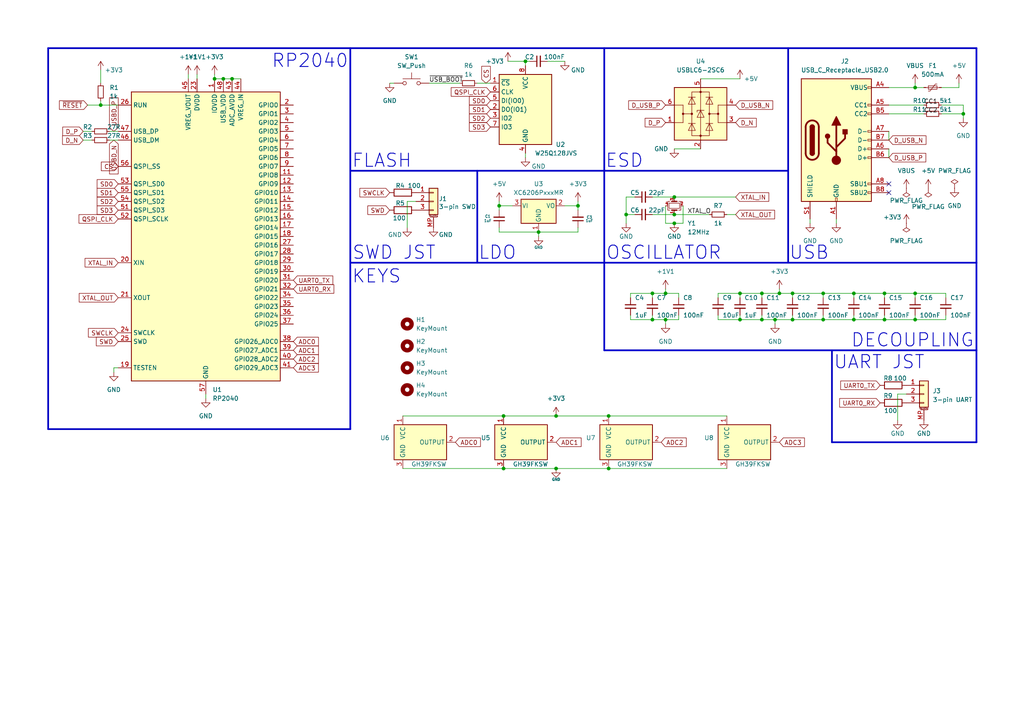
<source format=kicad_sch>
(kicad_sch (version 20231120) (generator "eeschema") (generator_version "8.0")
  (paper "A4")
  (lib_symbols
    (symbol "+3V3_1" (power) (pin_numbers hide) (pin_names (offset 0) hide)
      (property "Value" "+3V3" (at 0 3.556 0))
      (symbol "+3V3_1_1_1"
        (pin power_in line (at 0 0 90) (length 0) (name "~") (number "1"))
      )
    )
    (symbol "Connector:USB_C_Receptacle_USB2.0" (pin_names (offset 1.016))
      (property "Reference" "J" (at -10.16 19.05 0))
      (property "Value" "USB_C_Receptacle_USB2.0" (at 19.05 19.05 0))
      (symbol "USB_C_Receptacle_USB2.0_1_1"
        (pin passive line (at 0 -22.86 90) (length 5.08) (name "GND") (number "A1"))
        (pin passive line (at 0 -22.86 90) (length 5.08) hide (name "GND") (number "A12"))
        (pin passive line (at 15.24 15.24 180) (length 5.08) (name "VBUS") (number "A4"))
        (pin bidirectional line (at 15.24 10.16 180) (length 5.08) (name "CC1") (number "A5"))
        (pin bidirectional line (at 15.24 -2.54 180) (length 5.08) (name "D+") (number "A6"))
        (pin bidirectional line (at 15.24 2.54 180) (length 5.08) (name "D-") (number "A7"))
        (pin bidirectional line (at 15.24 -12.7 180) (length 5.08) (name "SBU1") (number "A8"))
        (pin passive line (at 15.24 15.24 180) (length 5.08) hide (name "VBUS") (number "A9"))
        (pin passive line (at 0 -22.86 90) (length 5.08) hide (name "GND") (number "B1"))
        (pin passive line (at 0 -22.86 90) (length 5.08) hide (name "GND") (number "B12"))
        (pin passive line (at 15.24 15.24 180) (length 5.08) hide (name "VBUS") (number "B4"))
        (pin bidirectional line (at 15.24 7.62 180) (length 5.08) (name "CC2") (number "B5"))
        (pin bidirectional line (at 15.24 -5.08 180) (length 5.08) (name "D+") (number "B6"))
        (pin bidirectional line (at 15.24 0 180) (length 5.08) (name "D-") (number "B7"))
        (pin bidirectional line (at 15.24 -15.24 180) (length 5.08) (name "SBU2") (number "B8"))
        (pin passive line (at 15.24 15.24 180) (length 5.08) hide (name "VBUS") (number "B9"))
        (pin passive line (at -7.62 -22.86 90) (length 5.08) (name "SHIELD") (number "S1"))
      )
    )
    (symbol "Connector_Generic_MountingPin:Conn_01x03_MountingPin" (pin_names (offset 1.016) hide)
      (property "Reference" "J" (at 0 5.08 0))
      (property "Value" "Conn_01x03_MountingPin" (at 1.27 -5.08 0))
      (symbol "Conn_01x03_MountingPin_1_1"
        (text "Mounting" (at 0 -4.191 0) (effects (font (size 0.381 0.381))))
        (pin passive line (at -5.08 2.54 0) (length 3.81) (name "Pin_1") (number "1"))
        (pin passive line (at -5.08 0 0) (length 3.81) (name "Pin_2") (number "2"))
        (pin passive line (at -5.08 -2.54 0) (length 3.81) (name "Pin_3") (number "3"))
        (pin passive line (at 0 -7.62 90) (length 3.048) (name "MountPin") (number "MP"))
      )
    )
    (symbol "Device:C_Small" (pin_numbers hide) (pin_names (offset 0.254) hide)
      (property "Reference" "C" (at 0.254 1.778 0))
      (property "Value" "C_Small" (at 0.254 -2.032 0))
      (symbol "C_Small_1_1"
        (pin passive line (at 0 2.54 270) (length 2.032) (name "~") (number "1"))
        (pin passive line (at 0 -2.54 90) (length 2.032) (name "~") (number "2"))
      )
    )
    (symbol "Device:Crystal_GND24_Small" (pin_names (offset 1.016) hide)
      (property "Reference" "Y" (at 1.27 4.445 0))
      (property "Value" "Crystal_GND24_Small" (at 1.27 2.54 0))
      (symbol "Crystal_GND24_Small_1_1"
        (pin passive line (at -2.54 0 0) (length 1.27) (name "1") (number "1"))
        (pin passive line (at 0 -2.54 90) (length 0.635) (name "2") (number "2"))
        (pin passive line (at 2.54 0 180) (length 1.27) (name "3") (number "3"))
        (pin passive line (at 0 2.54 270) (length 0.635) (name "4") (number "4"))
      )
    )
    (symbol "Device:Polyfuse_Small" (pin_numbers hide) (pin_names (offset 0))
      (property "Reference" "F" (at -1.905 0 90))
      (property "Value" "Polyfuse_Small" (at 1.905 0 90))
      (symbol "Polyfuse_Small_1_1"
        (pin passive line (at 0 2.54 270) (length 0.635) (name "~") (number "1"))
        (pin passive line (at 0 -2.54 90) (length 0.635) (name "~") (number "2"))
      )
    )
    (symbol "Device:R" (pin_numbers hide) (pin_names (offset 0))
      (property "Reference" "R" (at 2.032 0 90))
      (property "Value" "R" (at 0 0 90))
      (symbol "R_1_1"
        (pin passive line (at 0 3.81 270) (length 1.27) (name "~") (number "1"))
        (pin passive line (at 0 -3.81 90) (length 1.27) (name "~") (number "2"))
      )
    )
    (symbol "Device:R_Small" (pin_numbers hide) (pin_names (offset 0.254) hide)
      (property "Reference" "R" (at 0.762 0.508 0))
      (property "Value" "R_Small" (at 0.762 -1.016 0))
      (symbol "R_Small_1_1"
        (pin passive line (at 0 2.54 270) (length 0.762) (name "~") (number "1"))
        (pin passive line (at 0 -2.54 90) (length 0.762) (name "~") (number "2"))
      )
    )
    (symbol "MCU_RaspberryPi:RP2040"
      (property "Reference" "U" (at 17.78 45.72 0))
      (property "Value" "RP2040" (at 17.78 43.18 0))
      (symbol "RP2040_1_1"
        (pin power_in line (at 2.54 45.72 270) (length 3.81) (name "IOVDD") (number "1"))
        (pin passive line (at 2.54 45.72 270) (length 3.81) hide (name "IOVDD") (number "10"))
        (pin bidirectional line (at 25.4 17.78 180) (length 3.81) (name "GPIO8") (number "11"))
        (pin bidirectional line (at 25.4 15.24 180) (length 3.81) (name "GPIO9") (number "12"))
        (pin bidirectional line (at 25.4 12.7 180) (length 3.81) (name "GPIO10") (number "13"))
        (pin bidirectional line (at 25.4 10.16 180) (length 3.81) (name "GPIO11") (number "14"))
        (pin bidirectional line (at 25.4 7.62 180) (length 3.81) (name "GPIO12") (number "15"))
        (pin bidirectional line (at 25.4 5.08 180) (length 3.81) (name "GPIO13") (number "16"))
        (pin bidirectional line (at 25.4 2.54 180) (length 3.81) (name "GPIO14") (number "17"))
        (pin bidirectional line (at 25.4 0 180) (length 3.81) (name "GPIO15") (number "18"))
        (pin input line (at -25.4 -38.1 0) (length 3.81) (name "TESTEN") (number "19"))
        (pin bidirectional line (at 25.4 38.1 180) (length 3.81) (name "GPIO0") (number "2"))
        (pin input line (at -25.4 -7.62 0) (length 3.81) (name "XIN") (number "20"))
        (pin passive line (at -25.4 -17.78 0) (length 3.81) (name "XOUT") (number "21"))
        (pin passive line (at 2.54 45.72 270) (length 3.81) hide (name "IOVDD") (number "22"))
        (pin power_in line (at -2.54 45.72 270) (length 3.81) (name "DVDD") (number "23"))
        (pin input line (at -25.4 -27.94 0) (length 3.81) (name "SWCLK") (number "24"))
        (pin bidirectional line (at -25.4 -30.48 0) (length 3.81) (name "SWD") (number "25"))
        (pin input line (at -25.4 38.1 0) (length 3.81) (name "RUN") (number "26"))
        (pin bidirectional line (at 25.4 -2.54 180) (length 3.81) (name "GPIO16") (number "27"))
        (pin bidirectional line (at 25.4 -5.08 180) (length 3.81) (name "GPIO17") (number "28"))
        (pin bidirectional line (at 25.4 -7.62 180) (length 3.81) (name "GPIO18") (number "29"))
        (pin bidirectional line (at 25.4 35.56 180) (length 3.81) (name "GPIO1") (number "3"))
        (pin bidirectional line (at 25.4 -10.16 180) (length 3.81) (name "GPIO19") (number "30"))
        (pin bidirectional line (at 25.4 -12.7 180) (length 3.81) (name "GPIO20") (number "31"))
        (pin bidirectional line (at 25.4 -15.24 180) (length 3.81) (name "GPIO21") (number "32"))
        (pin passive line (at 2.54 45.72 270) (length 3.81) hide (name "IOVDD") (number "33"))
        (pin bidirectional line (at 25.4 -17.78 180) (length 3.81) (name "GPIO22") (number "34"))
        (pin bidirectional line (at 25.4 -20.32 180) (length 3.81) (name "GPIO23") (number "35"))
        (pin bidirectional line (at 25.4 -22.86 180) (length 3.81) (name "GPIO24") (number "36"))
        (pin bidirectional line (at 25.4 -25.4 180) (length 3.81) (name "GPIO25") (number "37"))
        (pin bidirectional line (at 25.4 -30.48 180) (length 3.81) (name "GPIO26_ADC0") (number "38"))
        (pin bidirectional line (at 25.4 -33.02 180) (length 3.81) (name "GPIO27_ADC1") (number "39"))
        (pin bidirectional line (at 25.4 33.02 180) (length 3.81) (name "GPIO2") (number "4"))
        (pin bidirectional line (at 25.4 -35.56 180) (length 3.81) (name "GPIO28_ADC2") (number "40"))
        (pin bidirectional line (at 25.4 -38.1 180) (length 3.81) (name "GPIO29_ADC3") (number "41"))
        (pin passive line (at 2.54 45.72 270) (length 3.81) hide (name "IOVDD") (number "42"))
        (pin power_in line (at 7.62 45.72 270) (length 3.81) (name "ADC_AVDD") (number "43"))
        (pin power_in line (at 10.16 45.72 270) (length 3.81) (name "VREG_IN") (number "44"))
        (pin power_out line (at -5.08 45.72 270) (length 3.81) (name "VREG_VOUT") (number "45"))
        (pin bidirectional line (at -25.4 27.94 0) (length 3.81) (name "USB_DM") (number "46"))
        (pin bidirectional line (at -25.4 30.48 0) (length 3.81) (name "USB_DP") (number "47"))
        (pin power_in line (at 5.08 45.72 270) (length 3.81) (name "USB_VDD") (number "48"))
        (pin passive line (at 2.54 45.72 270) (length 3.81) hide (name "IOVDD") (number "49"))
        (pin bidirectional line (at 25.4 30.48 180) (length 3.81) (name "GPIO3") (number "5"))
        (pin passive line (at -2.54 45.72 270) (length 3.81) hide (name "DVDD") (number "50"))
        (pin bidirectional line (at -25.4 7.62 0) (length 3.81) (name "QSPI_SD3") (number "51"))
        (pin output line (at -25.4 5.08 0) (length 3.81) (name "QSPI_SCLK") (number "52"))
        (pin bidirectional line (at -25.4 15.24 0) (length 3.81) (name "QSPI_SD0") (number "53"))
        (pin bidirectional line (at -25.4 10.16 0) (length 3.81) (name "QSPI_SD2") (number "54"))
        (pin bidirectional line (at -25.4 12.7 0) (length 3.81) (name "QSPI_SD1") (number "55"))
        (pin bidirectional line (at -25.4 20.32 0) (length 3.81) (name "QSPI_SS") (number "56"))
        (pin power_in line (at 0 -45.72 90) (length 3.81) (name "GND") (number "57"))
        (pin bidirectional line (at 25.4 27.94 180) (length 3.81) (name "GPIO4") (number "6"))
        (pin bidirectional line (at 25.4 25.4 180) (length 3.81) (name "GPIO5") (number "7"))
        (pin bidirectional line (at 25.4 22.86 180) (length 3.81) (name "GPIO6") (number "8"))
        (pin bidirectional line (at 25.4 20.32 180) (length 3.81) (name "GPIO7") (number "9"))
      )
    )
    (symbol "Mechanical:MountingHole" (pin_names (offset 1.016))
      (property "Reference" "H" (at 0 5.08 0))
      (property "Value" "MountingHole" (at 0 3.175 0))
    )
    (symbol "Memory_Flash:W25Q128JVS"
      (property "Reference" "U" (at -8.89 8.89 0))
      (property "Value" "W25Q128JVS" (at 7.62 8.89 0))
      (symbol "W25Q128JVS_1_1"
        (pin input line (at -10.16 7.62 0) (length 2.54) (name "~{CS}") (number "1"))
        (pin bidirectional line (at -10.16 0 0) (length 2.54) (name "DO(IO1)") (number "2"))
        (pin bidirectional line (at -10.16 -2.54 0) (length 2.54) (name "IO2") (number "3"))
        (pin power_in line (at 0 -12.7 90) (length 2.54) (name "GND") (number "4"))
        (pin bidirectional line (at -10.16 2.54 0) (length 2.54) (name "DI(IO0)") (number "5"))
        (pin input line (at -10.16 5.08 0) (length 2.54) (name "CLK") (number "6"))
        (pin bidirectional line (at -10.16 -5.08 0) (length 2.54) (name "IO3") (number "7"))
        (pin power_in line (at 0 12.7 270) (length 2.54) (name "VCC") (number "8"))
      )
    )
    (symbol "Power_Protection:USBLC6-2SC6" (pin_names hide)
      (property "Reference" "U" (at 2.54 8.89 0))
      (property "Value" "USBLC6-2SC6" (at 2.54 -8.89 0))
      (symbol "USBLC6-2SC6_1_1"
        (pin passive line (at -10.16 -2.54 0) (length 2.54) (name "I/O1") (number "1"))
        (pin passive line (at 0 -10.16 90) (length 2.54) (name "GND") (number "2"))
        (pin passive line (at 10.16 -2.54 180) (length 2.54) (name "I/O2") (number "3"))
        (pin passive line (at 10.16 2.54 180) (length 2.54) (name "I/O2") (number "4"))
        (pin passive line (at 0 10.16 270) (length 2.54) (name "VBUS") (number "5"))
        (pin passive line (at -10.16 2.54 0) (length 2.54) (name "I/O1") (number "6"))
      )
    )
    (symbol "Regulator_Linear:XC6206PxxxMR" (pin_names (offset 0.254))
      (property "Reference" "U" (at -3.81 3.175 0))
      (property "Value" "XC6206PxxxMR" (at 0 3.175 0))
      (symbol "XC6206PxxxMR_1_1"
        (pin power_in line (at 0 -7.62 90) (length 2.54) (name "GND") (number "1"))
        (pin power_out line (at 7.62 0 180) (length 2.54) (name "VO") (number "2"))
        (pin power_in line (at -7.62 0 0) (length 2.54) (name "VI") (number "3"))
      )
    )
    (symbol "Sensor_Magnetic:SM351LT"
      (property "Reference" "U" (at 5.08 8.89 0))
      (property "Value" "SM351LT" (at 2.54 6.35 0))
      (symbol "SM351LT_1_1"
        (pin power_in line (at -5.08 7.62 270) (length 2.54) (name "VCC") (number "1"))
        (pin output line (at 10.16 0 180) (length 2.54) (name "OUTPUT") (number "2"))
        (pin power_in line (at -5.08 -7.62 90) (length 2.54) (name "GND") (number "3"))
      )
    )
    (symbol "Switch:SW_Push" (pin_numbers hide) (pin_names (offset 1.016) hide)
      (property "Reference" "SW" (at 1.27 2.54 0))
      (property "Value" "SW_Push" (at 0 -1.524 0))
      (symbol "SW_Push_0_1"
        (pin passive line (at -5.08 0 0) (length 2.54) (name "1") (number "1"))
        (pin passive line (at 5.08 0 180) (length 2.54) (name "2") (number "2"))
      )
    )
    (symbol "power:+1V1" (power) (pin_names (offset 0))
      (property "Value" "+1V1" (at 0 3.556 0))
      (symbol "+1V1_1_1"
        (pin power_in line (at 0 0 90) (length 0) hide (name "+1V1") (number "1"))
      )
    )
    (symbol "power:+3V3" (power) (pin_names (offset 0))
      (property "Value" "+3V3" (at 0 3.556 0))
      (symbol "+3V3_1_1"
        (pin power_in line (at 0 0 90) (length 0) hide (name "+3V3") (number "1"))
      )
    )
    (symbol "power:+5V" (power) (pin_names (offset 0))
      (property "Value" "+5V" (at 0 3.556 0))
      (symbol "+5V_1_1"
        (pin power_in line (at 0 0 90) (length 0) hide (name "+5V") (number "1"))
      )
    )
    (symbol "power:GND" (power) (pin_names (offset 0))
      (property "Value" "GND" (at 0 -3.81 0))
      (symbol "GND_1_1"
        (pin power_in line (at 0 0 270) (length 0) hide (name "GND") (number "1"))
      )
    )
    (symbol "power:PWR_FLAG" (power) (pin_numbers hide) (pin_names (offset 0) hide)
      (property "Value" "PWR_FLAG" (at 0 3.81 0))
      (symbol "PWR_FLAG_0_0"
        (pin power_out line (at 0 0 90) (length 0) (name "pwr") (number "1"))
      )
    )
    (symbol "power:VBUS" (power) (pin_names (offset 0))
      (property "Value" "VBUS" (at 0 3.81 0))
      (symbol "VBUS_1_1"
        (pin power_in line (at 0 0 90) (length 0) hide (name "VBUS") (number "1"))
      )
    )
  )
  (junction (at 229.87 85.09))
  (junction (at 144.78 59.69))
  (junction (at 224.79 92.71))
  (junction (at 156.21 67.31))
  (junction (at 167.64 59.69))
  (junction (at 195.58 57.15))
  (junction (at 67.31 22.86))
  (junction (at 64.77 22.86))
  (junction (at 176.53 135.89))
  (junction (at 214.63 85.09))
  (junction (at 265.43 92.71))
  (junction (at 193.04 85.09))
  (junction (at 265.43 25.4))
  (junction (at 189.23 85.09))
  (junction (at 220.98 92.71))
  (junction (at 256.54 85.09))
  (junction (at 247.65 92.71))
  (junction (at 161.29 135.89))
  (junction (at 29.21 30.48))
  (junction (at 226.06 85.09))
  (junction (at 146.05 135.89))
  (junction (at 238.76 85.09))
  (junction (at 238.76 92.71))
  (junction (at 152.4 17.78))
  (junction (at 247.65 85.09))
  (junction (at 146.05 120.65))
  (junction (at 193.04 92.71))
  (junction (at 256.54 92.71))
  (junction (at 195.58 64.77))
  (junction (at 265.43 85.09))
  (junction (at 214.63 92.71))
  (junction (at 195.58 62.23))
  (junction (at 181.61 62.23))
  (junction (at 62.23 22.86))
  (junction (at 189.23 92.71))
  (junction (at 229.87 92.71))
  (junction (at 176.53 120.65))
  (junction (at 220.98 85.09))
  (junction (at 161.29 120.65))
  (junction (at 279.4 33.02))
  (no_connect (at 257.81 55.88))
  (no_connect (at 257.81 53.34))
  (wire (pts (xy 181.61 57.15) (xy 181.61 62.23)))
  (wire (pts (xy 62.23 21.59) (xy 62.23 22.86)))
  (wire (pts (xy 260.35 121.92) (xy 260.35 114.3)))
  (wire (pts (xy 265.43 85.09) (xy 274.32 85.09)))
  (wire (pts (xy 274.32 92.71) (xy 274.32 91.44)))
  (wire (pts (xy 181.61 62.23) (xy 181.61 64.77)))
  (wire (pts (xy 220.98 91.44) (xy 220.98 92.71)))
  (wire (pts (xy 189.23 57.15) (xy 195.58 57.15)))
  (wire (pts (xy 156.21 67.31) (xy 156.21 68.58)))
  (wire (pts (xy 278.13 25.4) (xy 273.05 25.4)))
  (wire (pts (xy 64.77 22.86) (xy 67.31 22.86)))
  (wire (pts (xy 260.35 114.3) (xy 262.89 114.3)))
  (wire (pts (xy 229.87 85.09) (xy 229.87 86.36)))
  (polyline (pts (xy 13.97 13.97) (xy 283.21 13.97)) (stroke (width 0.5) (type solid)))
  (wire (pts (xy 256.54 85.09) (xy 256.54 86.36)))
  (wire (pts (xy 29.21 29.21) (xy 29.21 30.48)))
  (wire (pts (xy 118.11 58.42) (xy 120.65 58.42)))
  (wire (pts (xy 247.65 85.09) (xy 256.54 85.09)))
  (wire (pts (xy 278.13 25.4) (xy 278.13 24.13)))
  (wire (pts (xy 208.28 85.09) (xy 214.63 85.09)))
  (wire (pts (xy 224.79 92.71) (xy 229.87 92.71)))
  (wire (pts (xy 33.02 106.68) (xy 34.29 106.68)))
  (wire (pts (xy 195.58 43.18) (xy 203.2 43.18)))
  (wire (pts (xy 152.4 45.72) (xy 152.4 44.45)))
  (wire (pts (xy 279.4 30.48) (xy 279.4 33.02)))
  (wire (pts (xy 144.78 59.69) (xy 144.78 60.96)))
  (polyline (pts (xy 228.6 13.97) (xy 228.6 76.2)) (stroke (width 0.5) (type solid)))
  (wire (pts (xy 167.64 58.42) (xy 167.64 59.69)))
  (wire (pts (xy 182.88 92.71) (xy 189.23 92.71)))
  (wire (pts (xy 229.87 92.71) (xy 229.87 91.44)))
  (polyline (pts (xy 241.3 128.27) (xy 241.3 101.6)) (stroke (width 0.5) (type solid)))
  (wire (pts (xy 256.54 91.44) (xy 256.54 92.71)))
  (wire (pts (xy 247.65 91.44) (xy 247.65 92.71)))
  (wire (pts (xy 210.82 62.23) (xy 213.36 62.23)))
  (wire (pts (xy 256.54 85.09) (xy 265.43 85.09)))
  (wire (pts (xy 247.65 92.71) (xy 256.54 92.71)))
  (wire (pts (xy 176.53 120.65) (xy 161.29 120.65)))
  (polyline (pts (xy 101.6 76.2) (xy 283.21 76.2)) (stroke (width 0.5) (type solid)))
  (wire (pts (xy 167.64 66.04) (xy 167.64 67.31)))
  (wire (pts (xy 29.21 30.48) (xy 34.29 30.48)))
  (wire (pts (xy 144.78 67.31) (xy 156.21 67.31)))
  (wire (pts (xy 31.75 40.64) (xy 34.29 40.64)))
  (wire (pts (xy 220.98 85.09) (xy 214.63 85.09)))
  (wire (pts (xy 214.63 85.09) (xy 214.63 86.36)))
  (wire (pts (xy 158.75 17.78) (xy 163.83 17.78)))
  (wire (pts (xy 59.69 115.57) (xy 59.69 114.3)))
  (wire (pts (xy 196.85 85.09) (xy 196.85 86.36)))
  (wire (pts (xy 144.78 58.42) (xy 144.78 59.69)))
  (wire (pts (xy 138.43 24.13) (xy 142.24 24.13)))
  (wire (pts (xy 182.88 85.09) (xy 182.88 86.36)))
  (wire (pts (xy 238.76 92.71) (xy 247.65 92.71)))
  (wire (pts (xy 195.58 62.23) (xy 205.74 62.23)))
  (wire (pts (xy 146.05 135.89) (xy 161.29 135.89)))
  (wire (pts (xy 257.81 38.1) (xy 257.81 40.64)))
  (wire (pts (xy 152.4 17.78) (xy 152.4 19.05)))
  (wire (pts (xy 220.98 92.71) (xy 224.79 92.71)))
  (wire (pts (xy 229.87 85.09) (xy 238.76 85.09)))
  (wire (pts (xy 116.84 120.65) (xy 146.05 120.65)))
  (wire (pts (xy 189.23 92.71) (xy 193.04 92.71)))
  (wire (pts (xy 195.58 57.15) (xy 213.36 57.15)))
  (wire (pts (xy 193.04 64.77) (xy 195.58 64.77)))
  (wire (pts (xy 256.54 92.71) (xy 265.43 92.71)))
  (wire (pts (xy 265.43 92.71) (xy 265.43 91.44)))
  (polyline (pts (xy 101.6 49.53) (xy 228.6 49.53)) (stroke (width 0.5) (type solid)))
  (polyline (pts (xy 283.21 128.27) (xy 283.21 13.97)) (stroke (width 0.5) (type solid)))
  (wire (pts (xy 156.21 67.31) (xy 167.64 67.31)))
  (wire (pts (xy 257.81 33.02) (xy 267.97 33.02)))
  (wire (pts (xy 182.88 85.09) (xy 189.23 85.09)))
  (wire (pts (xy 176.53 135.89) (xy 210.82 135.89)))
  (wire (pts (xy 274.32 85.09) (xy 274.32 86.36)))
  (polyline (pts (xy 175.26 101.6) (xy 283.21 101.6)) (stroke (width 0.5) (type solid)))
  (wire (pts (xy 234.95 63.5) (xy 234.95 64.77)))
  (wire (pts (xy 181.61 62.23) (xy 184.15 62.23)))
  (wire (pts (xy 265.43 85.09) (xy 265.43 86.36)))
  (polyline (pts (xy 138.43 76.2) (xy 138.43 49.53)) (stroke (width 0.5) (type solid)))
  (wire (pts (xy 265.43 92.71) (xy 274.32 92.71)))
  (wire (pts (xy 273.05 33.02) (xy 279.4 33.02)))
  (wire (pts (xy 152.4 17.78) (xy 153.67 17.78)))
  (wire (pts (xy 189.23 62.23) (xy 195.58 62.23)))
  (wire (pts (xy 113.03 24.13) (xy 114.3 24.13)))
  (wire (pts (xy 238.76 92.71) (xy 238.76 91.44)))
  (wire (pts (xy 24.13 38.1) (xy 26.67 38.1)))
  (wire (pts (xy 189.23 85.09) (xy 193.04 85.09)))
  (wire (pts (xy 220.98 85.09) (xy 226.06 85.09)))
  (wire (pts (xy 116.84 135.89) (xy 146.05 135.89)))
  (wire (pts (xy 163.83 59.69) (xy 167.64 59.69)))
  (wire (pts (xy 193.04 59.69) (xy 193.04 64.77)))
  (wire (pts (xy 147.32 17.78) (xy 152.4 17.78)))
  (wire (pts (xy 257.81 25.4) (xy 265.43 25.4)))
  (wire (pts (xy 189.23 91.44) (xy 189.23 92.71)))
  (wire (pts (xy 214.63 91.44) (xy 214.63 92.71)))
  (wire (pts (xy 247.65 85.09) (xy 247.65 86.36)))
  (wire (pts (xy 124.46 24.13) (xy 133.35 24.13)))
  (polyline (pts (xy 13.97 124.46) (xy 13.97 13.97)) (stroke (width 0.5) (type solid)))
  (wire (pts (xy 193.04 83.82) (xy 193.04 85.09)))
  (wire (pts (xy 67.31 22.86) (xy 69.85 22.86)))
  (wire (pts (xy 242.57 64.77) (xy 242.57 63.5)))
  (wire (pts (xy 229.87 92.71) (xy 238.76 92.71)))
  (wire (pts (xy 238.76 85.09) (xy 238.76 86.36)))
  (wire (pts (xy 57.15 21.59) (xy 57.15 22.86)))
  (wire (pts (xy 273.05 30.48) (xy 279.4 30.48)))
  (wire (pts (xy 203.2 22.86) (xy 214.63 22.86)))
  (wire (pts (xy 182.88 91.44) (xy 182.88 92.71)))
  (wire (pts (xy 25.4 30.48) (xy 29.21 30.48)))
  (wire (pts (xy 214.63 92.71) (xy 220.98 92.71)))
  (wire (pts (xy 144.78 66.04) (xy 144.78 67.31)))
  (wire (pts (xy 193.04 85.09) (xy 196.85 85.09)))
  (wire (pts (xy 161.29 120.65) (xy 146.05 120.65)))
  (wire (pts (xy 62.23 22.86) (xy 64.77 22.86)))
  (wire (pts (xy 144.78 59.69) (xy 148.59 59.69)))
  (polyline (pts (xy 175.26 101.6) (xy 175.26 13.97)) (stroke (width 0.5) (type solid)))
  (polyline (pts (xy 13.97 124.46) (xy 101.6 124.46)) (stroke (width 0.5) (type solid)))
  (wire (pts (xy 226.06 83.82) (xy 226.06 85.09)))
  (wire (pts (xy 24.13 40.64) (xy 26.67 40.64)))
  (wire (pts (xy 29.21 20.32) (xy 29.21 24.13)))
  (wire (pts (xy 118.11 66.04) (xy 118.11 58.42)))
  (wire (pts (xy 257.81 43.18) (xy 257.81 45.72)))
  (wire (pts (xy 161.29 135.89) (xy 176.53 135.89)))
  (wire (pts (xy 238.76 85.09) (xy 247.65 85.09)))
  (wire (pts (xy 265.43 24.13) (xy 265.43 25.4)))
  (wire (pts (xy 184.15 57.15) (xy 181.61 57.15)))
  (wire (pts (xy 189.23 85.09) (xy 189.23 86.36)))
  (wire (pts (xy 31.75 38.1) (xy 34.29 38.1)))
  (wire (pts (xy 257.81 30.48) (xy 267.97 30.48)))
  (wire (pts (xy 167.64 59.69) (xy 167.64 60.96)))
  (wire (pts (xy 54.61 21.59) (xy 54.61 22.86)))
  (wire (pts (xy 198.12 64.77) (xy 195.58 64.77)))
  (wire (pts (xy 196.85 92.71) (xy 196.85 91.44)))
  (polyline (pts (xy 101.6 124.46) (xy 101.6 13.97)) (stroke (width 0.5) (type solid)))
  (wire (pts (xy 198.12 59.69) (xy 198.12 64.77)))
  (wire (pts (xy 193.04 92.71) (xy 196.85 92.71)))
  (wire (pts (xy 193.04 93.98) (xy 193.04 92.71)))
  (wire (pts (xy 208.28 91.44) (xy 208.28 92.71)))
  (wire (pts (xy 208.28 92.71) (xy 214.63 92.71)))
  (wire (pts (xy 208.28 86.36) (xy 208.28 85.09)))
  (wire (pts (xy 224.79 93.98) (xy 224.79 92.71)))
  (wire (pts (xy 265.43 25.4) (xy 267.97 25.4)))
  (wire (pts (xy 210.82 120.65) (xy 176.53 120.65)))
  (polyline (pts (xy 241.3 128.27) (xy 283.21 128.27)) (stroke (width 0.5) (type solid)))
  (wire (pts (xy 220.98 85.09) (xy 220.98 86.36)))
  (wire (pts (xy 33.02 107.95) (xy 33.02 106.68)))
  (wire (pts (xy 226.06 85.09) (xy 229.87 85.09)))
  (wire (pts (xy 279.4 34.29) (xy 279.4 33.02)))
  (text "RP2040" (at 89.916 17.78 0) (effects (font (size 3.81 3.81) (thickness 0.254) (bold yes))))
  (text "OSCILLATOR" (at 192.532 73.406 0) (effects (font (size 3.81 3.81) (thickness 0.254) (bold yes))))
  (text "ESD" (at 181.102 46.736 0) (effects (font (size 3.81 3.81) (thickness 0.254) (bold yes))))
  (text "UART JST" (at 255.016 105.156 0) (effects (font (size 3.81 3.81) (thickness 0.254) (bold yes))))
  (text "DECOUPLING" (at 264.668 98.806 0) (effects (font (size 3.81 3.81) (thickness 0.254) (bold yes))))
  (text "KEYS" (at 109.22 80.264 0) (effects (font (size 3.81 3.81) (thickness 0.254) (bold yes))))
  (text "SWD JST" (at 114.3 73.406 0) (effects (font (size 3.81 3.81) (thickness 0.254) (bold yes))))
  (text "USB" (at 234.696 73.406 0) (effects (font (size 3.81 3.81) (thickness 0.254) (bold yes))))
  (text "LDO" (at 144.272 73.406 0) (effects (font (size 3.81 3.81) (thickness 0.254) (bold yes))))
  (text "FLASH" (at 110.744 46.736 0) (effects (font (size 3.81 3.81) (thickness 0.254) (bold yes))))
  (label "~{USB_BOOT}" (at 124.46 24.13 0))
  (label "CC1" (at 267.97 30.48 0))
  (label "XTAL_O" (at 199.39 62.23 0))
  (label "CC2" (at 267.97 33.02 0))
  (global_label "ADC0" (shape input) (at 132.08 128.27 0) (property "Intersheetrefs" "${INTERSHEET_REFS}" (effects (hide yes))))
  (global_label "UART0_RX" (shape input) (at 255.27 116.84 180) (property "Intersheetrefs" "${INTERSHEET_REFS}" (effects (hide yes))))
  (global_label "ADC2" (shape input) (at 85.09 104.14 0) (property "Intersheetrefs" "${INTERSHEET_REFS}" (effects (hide yes))))
  (global_label "D_USB_N" (shape input) (at 257.81 40.64 0) (property "Intersheetrefs" "${INTERSHEET_REFS}" (effects (hide yes))))
  (global_label "ADC1" (shape input) (at 85.09 101.6 0) (property "Intersheetrefs" "${INTERSHEET_REFS}" (effects (hide yes))))
  (global_label "ADC2" (shape input) (at 191.77 128.27 0) (property "Intersheetrefs" "${INTERSHEET_REFS}" (effects (hide yes))))
  (global_label "QSPI_CLK" (shape input) (at 142.24 26.67 180) (property "Intersheetrefs" "${INTERSHEET_REFS}" (effects (hide yes))))
  (global_label "XTAL_IN" (shape input) (at 34.29 76.2 180) (property "Intersheetrefs" "${INTERSHEET_REFS}" (effects (hide yes))))
  (global_label "D_USB_N" (shape input) (at 213.36 30.48 0) (property "Intersheetrefs" "${INTERSHEET_REFS}" (effects (hide yes))))
  (global_label "USBD_P" (shape input) (at 33.02 38.1 90) (property "Intersheetrefs" "${INTERSHEET_REFS}" (effects (hide yes))))
  (global_label "SD0" (shape input) (at 34.29 53.34 180) (property "Intersheetrefs" "${INTERSHEET_REFS}" (effects (hide yes))))
  (global_label "SD1" (shape input) (at 142.24 31.75 180) (property "Intersheetrefs" "${INTERSHEET_REFS}" (effects (hide yes))))
  (global_label "QSPI_CLK" (shape input) (at 34.29 63.5 180) (property "Intersheetrefs" "${INTERSHEET_REFS}" (effects (hide yes))))
  (global_label "D_USB_P" (shape input) (at 193.04 30.48 180) (property "Intersheetrefs" "${INTERSHEET_REFS}" (effects (hide yes))))
  (global_label "XTAL_OUT" (shape input) (at 34.29 86.36 180) (property "Intersheetrefs" "${INTERSHEET_REFS}" (effects (hide yes))))
  (global_label "UART0_RX" (shape input) (at 85.09 83.82 0) (property "Intersheetrefs" "${INTERSHEET_REFS}" (effects (hide yes))))
  (global_label "UART0_TX" (shape input) (at 255.27 111.76 180) (property "Intersheetrefs" "${INTERSHEET_REFS}" (effects (hide yes))))
  (global_label "D_USB_P" (shape input) (at 257.81 45.72 0) (property "Intersheetrefs" "${INTERSHEET_REFS}" (effects (hide yes))))
  (global_label "SD3" (shape input) (at 142.24 36.83 180) (property "Intersheetrefs" "${INTERSHEET_REFS}" (effects (hide yes))))
  (global_label "SD3" (shape input) (at 34.29 60.96 180) (property "Intersheetrefs" "${INTERSHEET_REFS}" (effects (hide yes))))
  (global_label "CS" (shape input) (at 34.29 48.26 180) (property "Intersheetrefs" "${INTERSHEET_REFS}" (effects (hide yes))))
  (global_label "SD2" (shape input) (at 34.29 58.42 180) (property "Intersheetrefs" "${INTERSHEET_REFS}" (effects (hide yes))))
  (global_label "XTAL_IN" (shape input) (at 213.36 57.15 0) (property "Intersheetrefs" "${INTERSHEET_REFS}" (effects (hide yes))))
  (global_label "SWCLK" (shape input) (at 34.29 96.52 180) (property "Intersheetrefs" "${INTERSHEET_REFS}" (effects (hide yes))))
  (global_label "SWCLK" (shape input) (at 113.03 55.88 180) (property "Intersheetrefs" "${INTERSHEET_REFS}" (effects (hide yes))))
  (global_label "CS" (shape input) (at 140.97 24.13 90) (property "Intersheetrefs" "${INTERSHEET_REFS}" (effects (hide yes))))
  (global_label "SD2" (shape input) (at 142.24 34.29 180) (property "Intersheetrefs" "${INTERSHEET_REFS}" (effects (hide yes))))
  (global_label "D_P" (shape input) (at 193.04 35.56 180) (property "Intersheetrefs" "${INTERSHEET_REFS}" (effects (hide yes))))
  (global_label "SWD" (shape input) (at 34.29 99.06 180) (property "Intersheetrefs" "${INTERSHEET_REFS}" (effects (hide yes))))
  (global_label "UART0_TX" (shape input) (at 85.09 81.28 0) (property "Intersheetrefs" "${INTERSHEET_REFS}" (effects (hide yes))))
  (global_label "D_P" (shape input) (at 24.13 38.1 180) (property "Intersheetrefs" "${INTERSHEET_REFS}" (effects (hide yes))))
  (global_label "ADC0" (shape input) (at 85.09 99.06 0) (property "Intersheetrefs" "${INTERSHEET_REFS}" (effects (hide yes))))
  (global_label "D_N" (shape input) (at 213.36 35.56 0) (property "Intersheetrefs" "${INTERSHEET_REFS}" (effects (hide yes))))
  (global_label "ADC3" (shape input) (at 226.06 128.27 0) (property "Intersheetrefs" "${INTERSHEET_REFS}" (effects (hide yes))))
  (global_label "SD1" (shape input) (at 34.29 55.88 180) (property "Intersheetrefs" "${INTERSHEET_REFS}" (effects (hide yes))))
  (global_label "USBD_N" (shape input) (at 33.02 40.64 270) (property "Intersheetrefs" "${INTERSHEET_REFS}" (effects (hide yes))))
  (global_label "ADC1" (shape input) (at 161.29 128.27 0) (property "Intersheetrefs" "${INTERSHEET_REFS}" (effects (hide yes))))
  (global_label "ADC3" (shape input) (at 85.09 106.68 0) (property "Intersheetrefs" "${INTERSHEET_REFS}" (effects (hide yes))))
  (global_label "SWD" (shape input) (at 113.03 60.96 180) (property "Intersheetrefs" "${INTERSHEET_REFS}" (effects (hide yes))))
  (global_label "XTAL_OUT" (shape input) (at 213.36 62.23 0) (property "Intersheetrefs" "${INTERSHEET_REFS}" (effects (hide yes))))
  (global_label "~{RESET}" (shape input) (at 25.4 30.48 180) (property "Intersheetrefs" "${INTERSHEET_REFS}" (effects (hide yes))))
  (global_label "D_N" (shape input) (at 24.13 40.64 180) (property "Intersheetrefs" "${INTERSHEET_REFS}" (effects (hide yes))))
  (global_label "SD0" (shape input) (at 142.24 29.21 180) (property "Intersheetrefs" "${INTERSHEET_REFS}" (effects (hide yes))))
  (symbol (lib_id "power:GND") (at 260.35 121.92 0) (unit 1)
    (property "Reference" "#PWR026" (effects (hide yes)))
    (property "Value" "GND" (at 260.35 125.73 0))
  )
  (symbol (lib_id "power:GND") (at 152.4 45.72 0) (unit 1)
    (property "Reference" "#PWR012" (effects (hide yes)))
    (property "Value" "GND" (at 156.21 48.26 0))
  )
  (symbol (lib_id "power:+3V3") (at 226.06 83.82 0) (unit 1)
    (property "Reference" "#PWR023" (effects (hide yes)))
    (property "Value" "+3V3" (at 226.06 78.74 0))
  )
  (symbol (lib_id "Memory_Flash:W25Q128JVS") (at 152.4 31.75 0) (unit 1)
    (property "Reference" "U2" (at 162.56 41.91 0))
    (property "Value" "W25Q128JVS" (at 161.29 44.45 0))
    (property "Footprint" "Package_SO:SOIC-8_5.23x5.23mm_P1.27mm" (effects (hide yes)))
    (property "Datasheet" "http://www.winbond.com/resource-files/w25q128jv_dtr%20revc%2003272018%20plus.pdf" (effects (hide yes)))
    (property "LCSC" "C131025" (effects (hide yes)))
  )
  (symbol (lib_id "power:+3V3") (at 262.89 64.77 0) (unit 1)
    (property "Reference" "#PWR028" (effects (hide yes)))
    (property "Value" "+3V3" (at 258.826 62.992 0))
  )
  (symbol (lib_id "power:VBUS") (at 265.43 24.13 0) (unit 1)
    (property "Reference" "#PWR029" (effects (hide yes)))
    (property "Value" "VBUS" (at 265.43 19.05 0))
  )
  (symbol (lib_id "power:+1V1") (at 193.04 83.82 0) (unit 1)
    (property "Reference" "#PWR017" (effects (hide yes)))
    (property "Value" "+1V1" (at 193.04 78.74 0))
  )
  (symbol (lib_id "Connector_Generic_MountingPin:Conn_01x03_MountingPin") (at 125.73 58.42 0) (unit 1)
    (property "Reference" "J1" (at 127.254 57.658 0) (effects (justify left)))
    (property "Value" "3-pin SWD" (at 127.254 59.944 0) (effects (justify left)))
    (property "Footprint" "Connector_JST:JST_SH_BM03B-SRSS-TB_1x03-1MP_P1.00mm_Vertical" (effects (hide yes)))
    (property "Description" "Generic connectable mounting pin connector, single row, 01x03, script generated (kicad-library-utils/schlib/autogen/connector/)" (effects (hide yes)))
  )
  (symbol (lib_id "power:PWR_FLAG") (at 262.89 54.61 180) (unit 1)
    (property "Reference" "#FLG01" (effects (hide yes)))
    (property "Value" "PWR_FLAG" (at 262.89 58.166 0))
  )
  (symbol (lib_id "Device:R_Small") (at 270.51 30.48 90) (unit 1)
    (property "Reference" "R10" (at 266.7 29.21 90))
    (property "Value" "5k1" (at 274.32 29.21 90))
    (property "Footprint" "Resistor_SMD:R_0402_1005Metric" (effects (hide yes)))
    (property "LCSC" "C25905" (effects (hide yes)))
  )
  (symbol (lib_id "Device:R") (at 116.84 60.96 90) (unit 1)
    (property "Reference" "R5" (at 116.078 58.928 90))
    (property "Value" "100" (at 115.824 63.246 90))
    (property "Footprint" "Resistor_SMD:R_0603_1608Metric" (effects (hide yes)))
    (property "Description" "Resistor" (effects (hide yes)))
  )
  (symbol (lib_id "Device:C_Small") (at 182.88 88.9 0) (unit 1)
    (property "Reference" "C4" (at 184.15 86.3599 0) (effects (justify left)))
    (property "Value" "1uF" (at 184.15 91.4399 0) (effects (justify left)))
    (property "Footprint" "Capacitor_SMD:C_0402_1005Metric" (effects (hide yes)))
    (property "LCSC" "C52923" (effects (hide yes)))
  )
  (symbol (lib_id "Sensor_Magnetic:SM351LT") (at 121.92 128.27 0) (unit 1)
    (property "Reference" "U6" (at 113.03 126.9999 0) (effects (justify right)))
    (property "Value" "GH39FKSW" (at 129.54 134.62 0) (effects (justify right)))
    (property "Footprint" "Package_TO_SOT_SMD:SOT-23" (effects (hide yes)))
    (property "Datasheet" "https://datasheet.lcsc.com/lcsc/1811061518_GoChip-Elec-Tech--Shanghai-GH39FKSW_C266230.pdf" (effects (hide yes)))
    (property "Description" "SOT-23-3L Hall Sensor ROHS" (effects (hide yes)))
    (property "LCSC" "C266230" (effects (hide yes)))
  )
  (symbol (lib_id "Device:R_Small") (at 29.21 40.64 90) (unit 1)
    (property "Reference" "R3" (at 25.4 39.37 90))
    (property "Value" "27R" (at 33.02 39.37 90))
    (property "Footprint" "Resistor_SMD:R_0603_1608Metric" (effects (hide yes)))
    (property "LCSC" "C25190" (effects (hide yes)))
  )
  (symbol (lib_id "Device:C_Small") (at 220.98 88.9 0) (unit 1)
    (property "Reference" "C11" (at 222.25 86.3599 0) (effects (justify left)))
    (property "Value" "100nF" (at 222.25 91.4399 0) (effects (justify left)))
    (property "Footprint" "Capacitor_SMD:C_0402_1005Metric" (effects (hide yes)))
    (property "LCSC" "C1525" (effects (hide yes)))
  )
  (symbol (lib_id "power:GND") (at 224.79 93.98 0) (unit 1)
    (property "Reference" "#PWR022" (effects (hide yes)))
    (property "Value" "GND" (at 224.79 99.06 0))
  )
  (symbol (lib_id "Sensor_Magnetic:SM351LT") (at 151.13 128.27 0) (unit 1)
    (property "Reference" "U5" (at 142.24 126.9999 0) (effects (justify right)))
    (property "Value" "GH39FKSW" (at 159.004 134.62 0) (effects (justify right)))
    (property "Footprint" "Package_TO_SOT_SMD:SOT-23" (effects (hide yes)))
    (property "Datasheet" "https://datasheet.lcsc.com/lcsc/1811061518_GoChip-Elec-Tech--Shanghai-GH39FKSW_C266230.pdf" (effects (hide yes)))
    (property "Description" "SOT-23-3L Hall Sensor ROHS" (effects (hide yes)))
    (property "LCSC" "C266230" (effects (hide yes)))
  )
  (symbol (lib_id "power:+1V1") (at 57.15 21.59 0) (unit 1)
    (property "Reference" "#PWR04" (effects (hide yes)))
    (property "Value" "+1V1" (at 57.15 16.51 0))
  )
  (symbol (lib_id "Device:C_Small") (at 144.78 63.5 180) (unit 1)
    (property "Reference" "C1" (at 141.478 62.738 0) (effects (font (size 0.762 0.762))))
    (property "Value" "1uF" (at 141.478 64.008 0) (effects (font (size 0.762 0.762))))
    (property "Footprint" "Capacitor_SMD:C_0402_1005Metric" (effects (hide yes)))
    (property "LCSC" "C52923" (effects (hide yes)))
  )
  (symbol (lib_id "Device:C_Small") (at 247.65 88.9 0) (unit 1)
    (property "Reference" "C14" (at 248.92 86.3599 0) (effects (justify left)))
    (property "Value" "100nF" (at 248.92 91.4399 0) (effects (justify left)))
    (property "Footprint" "Capacitor_SMD:C_0402_1005Metric" (effects (hide yes)))
    (property "LCSC" "C1525" (effects (hide yes)))
  )
  (symbol (lib_id "power:GND") (at 234.95 64.77 0) (unit 1)
    (property "Reference" "#PWR024" (effects (hide yes)))
    (property "Value" "GND" (at 234.95 69.85 0))
  )
  (symbol (lib_id "Device:C_Small") (at 238.76 88.9 0) (unit 1)
    (property "Reference" "C13" (at 240.03 86.3599 0) (effects (justify left)))
    (property "Value" "100nF" (at 240.03 91.4399 0) (effects (justify left)))
    (property "Footprint" "Capacitor_SMD:C_0402_1005Metric" (effects (hide yes)))
    (property "LCSC" "C1525" (effects (hide yes)))
  )
  (symbol (lib_id "power:GND") (at 276.86 54.61 0) (unit 1)
    (property "Reference" "#PWR032" (effects (hide yes)))
    (property "Value" "GND" (at 276.86 59.69 0))
  )
  (symbol (lib_id "power:+3V3") (at 29.21 20.32 0) (unit 1)
    (property "Reference" "#PWR01" (effects (hide yes)))
    (property "Value" "+3V3" (at 33.02 20.32 0))
  )
  (symbol (lib_id "power:GND") (at 161.29 135.89 0) (unit 1)
    (property "Reference" "#PWR036" (effects (hide yes)))
    (property "Value" "GND" (at 161.29 139.065 0) (effects (font (size 0.762 0.762))))
  )
  (symbol (lib_id "Power_Protection:USBLC6-2SC6") (at 203.2 33.02 0) (unit 1)
    (property "Reference" "U4" (at 203.2 17.78 0))
    (property "Value" "USBLC6-2SC6" (at 203.2 20.32 0))
    (property "Footprint" "Package_TO_SOT_SMD:SOT-23-6" (effects (hide yes)))
    (property "Datasheet" "https://www.st.com/resource/en/datasheet/usblc6-2.pdf" (effects (hide yes)))
    (property "LCSC" "C2827654" (effects (hide yes)))
  )
  (symbol (lib_id "power:+5V") (at 144.78 58.42 0) (unit 1)
    (property "Reference" "#PWR010" (effects (hide yes)))
    (property "Value" "+5V" (at 144.78 53.34 0))
  )
  (symbol (lib_id "Device:C_Small") (at 156.21 17.78 90) (unit 1)
    (property "Reference" "C2" (at 154.9399 16.51 90) (effects (justify left)))
    (property "Value" "100nF" (at 163.8299 16.51 90) (effects (justify left)))
    (property "Footprint" "Capacitor_SMD:C_0402_1005Metric" (effects (hide yes)))
    (property "LCSC" "C1525" (effects (hide yes)))
  )
  (symbol (lib_id "power:+5V") (at 269.24 54.61 0) (unit 1)
    (property "Reference" "#PWR031" (effects (hide yes)))
    (property "Value" "+5V" (at 269.24 49.53 0))
  )
  (symbol (lib_id "power:GND") (at 195.58 43.18 0) (unit 1)
    (property "Reference" "#PWR019" (effects (hide yes)))
    (property "Value" "GND" (at 191.77 43.18 0))
  )
  (symbol (lib_id "power:PWR_FLAG") (at 276.86 54.61 0) (unit 1)
    (property "Reference" "#FLG04" (effects (hide yes)))
    (property "Value" "PWR_FLAG" (at 276.86 49.53 0))
  )
  (symbol (lib_id "Device:R_Small") (at 270.51 33.02 90) (unit 1)
    (property "Reference" "R11" (at 266.7 31.75 90))
    (property "Value" "5k1" (at 274.32 31.75 90))
    (property "Footprint" "Resistor_SMD:R_0402_1005Metric" (effects (hide yes)))
    (property "LCSC" "C25905" (effects (hide yes)))
  )
  (symbol (lib_id "Device:C_Small") (at 186.69 62.23 90) (unit 1)
    (property "Reference" "C6" (at 184.15 60.96 90))
    (property "Value" "22pF" (at 190.5 60.96 90))
    (property "Footprint" "Capacitor_SMD:C_0402_1005Metric" (effects (hide yes)))
    (property "LCSC" "C1555" (effects (hide yes)))
  )
  (symbol (lib_id "Mechanical:MountingHole") (at 118.11 106.68 0) (unit 1)
    (property "Reference" "H3" (at 120.65 105.4099 0) (effects (justify left)))
    (property "Value" "KeyMount" (at 120.65 107.9499 0) (effects (justify left)))
    (property "Footprint" "PCM_Switch_Keyboard_Cherry_MX:SW_Cherry_MX_PCB" (effects (hide yes)))
    (property "Description" "Mounting Hole without connection" (effects (hide yes)))
  )
  (symbol (lib_id "Sensor_Magnetic:SM351LT") (at 181.61 128.27 0) (unit 1)
    (property "Reference" "U7" (at 172.72 126.9999 0) (effects (justify right)))
    (property "Value" "GH39FKSW" (at 189.23 134.62 0) (effects (justify right)))
    (property "Footprint" "Package_TO_SOT_SMD:SOT-23" (effects (hide yes)))
    (property "Datasheet" "https://datasheet.lcsc.com/lcsc/1811061518_GoChip-Elec-Tech--Shanghai-GH39FKSW_C266230.pdf" (effects (hide yes)))
    (property "Description" "SOT-23-3L Hall Sensor ROHS" (effects (hide yes)))
    (property "LCSC" "C266230" (effects (hide yes)))
  )
  (symbol (lib_id "Device:C_Small") (at 274.32 88.9 0) (unit 1)
    (property "Reference" "C17" (at 275.59 86.3599 0) (effects (justify left)))
    (property "Value" "100nF" (at 275.59 91.4399 0) (effects (justify left)))
    (property "Footprint" "Capacitor_SMD:C_0402_1005Metric" (effects (hide yes)))
    (property "LCSC" "C1525" (effects (hide yes)))
  )
  (symbol (lib_id "power:GND") (at 59.69 115.57 0) (unit 1)
    (property "Reference" "#PWR05" (effects (hide yes)))
    (property "Value" "GND" (at 59.69 120.65 0))
  )
  (symbol (lib_id "Mechanical:MountingHole") (at 118.11 93.98 0) (unit 1)
    (property "Reference" "H1" (at 120.65 92.7099 0) (effects (justify left)))
    (property "Value" "KeyMount" (at 120.65 95.2499 0) (effects (justify left)))
    (property "Footprint" "PCM_Switch_Keyboard_Cherry_MX:SW_Cherry_MX_PCB" (effects (hide yes)))
    (property "Description" "Mounting Hole without connection" (effects (hide yes)))
  )
  (symbol (lib_id "Device:C_Small") (at 208.28 88.9 0) (unit 1)
    (property "Reference" "C9" (at 209.55 86.3599 0) (effects (justify left)))
    (property "Value" "10uF" (at 209.55 91.4399 0) (effects (justify left)))
    (property "Footprint" "Capacitor_SMD:C_0402_1005Metric" (effects (hide yes)))
    (property "LCSC" "C15525" (effects (hide yes)))
  )
  (symbol (lib_id "Device:Polyfuse_Small") (at 270.51 25.4 90) (unit 1)
    (property "Reference" "F1" (at 270.51 19.05 90))
    (property "Value" "500mA" (at 270.51 21.59 90))
    (property "Footprint" "Fuse:Fuse_1206_3216Metric" (effects (hide yes)))
    (property "LCSC" "C70076" (effects (hide yes)))
  )
  (symbol (lib_id "power:+3V3") (at 62.23 21.59 0) (unit 1)
    (property "Reference" "#PWR06" (effects (hide yes)))
    (property "Value" "+3V3" (at 62.23 16.51 0))
  )
  (symbol (lib_id "Mechanical:MountingHole") (at 118.11 113.03 0) (unit 1)
    (property "Reference" "H4" (at 120.65 111.7599 0) (effects (justify left)))
    (property "Value" "KeyMount" (at 120.65 114.2999 0) (effects (justify left)))
    (property "Footprint" "PCM_Switch_Keyboard_Cherry_MX:SW_Cherry_MX_PCB" (effects (hide yes)))
    (property "Description" "Mounting Hole without connection" (effects (hide yes)))
  )
  (symbol (lib_id "power:GND") (at 193.04 93.98 0) (unit 1)
    (property "Reference" "#PWR018" (effects (hide yes)))
    (property "Value" "GND" (at 193.04 99.06 0))
  )
  (symbol (lib_id "power:GND") (at 113.03 24.13 0) (unit 1)
    (property "Reference" "#PWR07" (effects (hide yes)))
    (property "Value" "GND" (at 113.03 29.21 0))
  )
  (symbol (lib_id "Regulator_Linear:XC6206PxxxMR") (at 156.21 59.69 0) (unit 1)
    (property "Reference" "U3" (at 156.21 53.34 0))
    (property "Value" "XC6206PxxxMR" (at 156.21 55.88 0))
    (property "Footprint" "Package_TO_SOT_SMD:SOT-23-3" (effects (hide yes)))
    (property "Datasheet" "https://www.torexsemi.com/file/xc6206/XC6206.pdf" (effects (hide yes)))
    (property "LCSC" "C5250982" (effects (hide yes)))
  )
  (symbol (lib_id "power:GND") (at 163.83 17.78 0) (unit 1)
    (property "Reference" "#PWR014" (effects (hide yes)))
    (property "Value" "GND" (at 167.64 20.32 0))
  )
  (symbol (lib_id "power:GND") (at 181.61 64.77 0) (unit 1)
    (property "Reference" "#PWR016" (effects (hide yes)))
    (property "Value" "GND" (at 181.61 68.58 0))
  )
  (symbol (lib_id "Device:C_Small") (at 229.87 88.9 0) (unit 1)
    (property "Reference" "C12" (at 231.14 86.3599 0) (effects (justify left)))
    (property "Value" "100nF" (at 231.14 91.4399 0) (effects (justify left)))
    (property "Footprint" "Capacitor_SMD:C_0402_1005Metric" (effects (hide yes)))
    (property "LCSC" "C1525" (effects (hide yes)))
  )
  (symbol (lib_id "Connector:USB_C_Receptacle_USB2.0") (at 242.57 40.64 0) (unit 1)
    (property "Reference" "J2" (at 245.0465 17.78 0))
    (property "Value" "USB_C_Receptacle_USB2.0" (at 245.0465 20.32 0))
    (property "Footprint" "Connector_USB:USB_C_Receptacle_HRO_TYPE-C-31-M-12" (effects (hide yes)))
    (property "Datasheet" "https://www.usb.org/sites/default/files/documents/usb_type-c.zip" (effects (hide yes)))
    (property "LCSC" "C165948" (effects (hide yes)))
  )
  (symbol (lib_id "power:GND") (at 118.11 66.04 0) (unit 1)
    (property "Reference" "#PWR08" (effects (hide yes)))
    (property "Value" "GND" (at 114.554 68.072 0))
  )
  (symbol (lib_id "power:GND") (at 195.58 64.77 0) (unit 1)
    (property "Reference" "#PWR020" (effects (hide yes)))
    (property "Value" "GND" (at 195.58 68.58 0))
  )
  (symbol (lib_id "power:GND") (at 267.97 121.92 0) (unit 1)
    (property "Reference" "#PWR030" (effects (hide yes)))
    (property "Value" "GND" (at 267.97 125.73 0))
  )
  (symbol (lib_id "Device:R_Small") (at 29.21 38.1 90) (unit 1)
    (property "Reference" "R2" (at 25.4 36.83 90))
    (property "Value" "27R" (at 33.02 36.83 90))
    (property "Footprint" "Resistor_SMD:R_0603_1608Metric" (effects (hide yes)))
    (property "LCSC" "C25190" (effects (hide yes)))
  )
  (symbol (lib_id "Sensor_Magnetic:SM351LT") (at 215.9 128.27 0) (unit 1)
    (property "Reference" "U8" (at 207.01 126.9999 0) (effects (justify right)))
    (property "Value" "GH39FKSW" (at 223.52 134.62 0) (effects (justify right)))
    (property "Footprint" "Package_TO_SOT_SMD:SOT-23" (effects (hide yes)))
    (property "Datasheet" "https://datasheet.lcsc.com/lcsc/1811061518_GoChip-Elec-Tech--Shanghai-GH39FKSW_C266230.pdf" (effects (hide yes)))
    (property "Description" "SOT-23-3L Hall Sensor ROHS" (effects (hide yes)))
    (property "LCSC" "C266230" (effects (hide yes)))
  )
  (symbol (lib_name "+3V3_1") (lib_id "power:+3V3") (at 161.29 120.65 0) (unit 1)
    (property "Reference" "#PWR035" (effects (hide yes)))
    (property "Value" "+3V3" (at 161.29 115.57 0))
    (property "Description" "Power symbol creates a global label with name \"+3V3\"" (effects (hide yes)))
  )
  (symbol (lib_id "power:VBUS") (at 262.89 54.61 0) (unit 1)
    (property "Reference" "#PWR027" (effects (hide yes)))
    (property "Value" "VBUS" (at 262.89 49.53 0))
  )
  (symbol (lib_id "MCU_RaspberryPi:RP2040") (at 59.69 68.58 0) (unit 1)
    (property "Reference" "U1" (at 61.6459 113.03 0) (effects (justify left)))
    (property "Value" "RP2040" (at 61.6459 115.57 0) (effects (justify left)))
    (property "Footprint" "Package_DFN_QFN:QFN-56-1EP_7x7mm_P0.4mm_EP3.2x3.2mm" (effects (hide yes)))
    (property "Datasheet" "https://datasheets.raspberrypi.com/rp2040/rp2040-datasheet.pdf" (effects (hide yes)))
    (property "LCSC" "C2040" (effects (hide yes)))
  )
  (symbol (lib_id "power:GND") (at 156.21 68.58 0) (unit 1)
    (property "Reference" "#PWR013" (effects (hide yes)))
    (property "Value" "GND" (at 156.21 71.755 0) (effects (font (size 0.762 0.762))))
  )
  (symbol (lib_id "Device:C_Small") (at 189.23 88.9 0) (unit 1)
    (property "Reference" "C7" (at 190.5 86.3599 0) (effects (justify left)))
    (property "Value" "100nF" (at 190.5 91.4399 0) (effects (justify left)))
    (property "Footprint" "Capacitor_SMD:C_0402_1005Metric" (effects (hide yes)))
    (property "LCSC" "C1525" (effects (hide yes)))
  )
  (symbol (lib_id "Device:C_Small") (at 167.64 63.5 180) (unit 1)
    (property "Reference" "C3" (at 170.942 62.992 0) (effects (font (size 0.762 0.762))))
    (property "Value" "1uF" (at 170.942 64.008 0) (effects (font (size 0.762 0.762))))
    (property "Footprint" "Capacitor_SMD:C_0402_1005Metric" (effects (hide yes)))
    (property "LCSC" "C52923" (effects (hide yes)))
  )
  (symbol (lib_id "power:+3V3") (at 147.32 17.78 0) (unit 1)
    (property "Reference" "#PWR011" (effects (hide yes)))
    (property "Value" "+3V3" (at 143.51 17.78 0))
  )
  (symbol (lib_id "power:GND") (at 242.57 64.77 0) (unit 1)
    (property "Reference" "#PWR025" (effects (hide yes)))
    (property "Value" "GND" (at 242.57 69.85 0))
  )
  (symbol (lib_id "Device:C_Small") (at 196.85 88.9 0) (unit 1)
    (property "Reference" "C8" (at 198.12 86.3599 0) (effects (justify left)))
    (property "Value" "100nF" (at 198.12 91.4399 0) (effects (justify left)))
    (property "Footprint" "Capacitor_SMD:C_0402_1005Metric" (effects (hide yes)))
    (property "LCSC" "C1525" (effects (hide yes)))
  )
  (symbol (lib_id "Device:R") (at 259.08 116.84 270) (unit 1)
    (property "Reference" "R9" (at 257.556 114.808 90))
    (property "Value" "100" (at 258.318 119.126 90))
    (property "Footprint" "Resistor_SMD:R_0603_1608Metric" (effects (hide yes)))
    (property "Description" "Resistor" (effects (hide yes)))
  )
  (symbol (lib_id "Switch:SW_Push") (at 119.38 24.13 0) (unit 1) (in_bom no)
    (property "Reference" "SW1" (at 119.38 16.51 0))
    (property "Value" "SW_Push" (at 119.38 19.05 0))
    (property "Footprint" "Button_Switch_SMD:SW_SPST_PTS810" (effects (hide yes)))
    (property "LCSC" "C221896" (effects (hide yes)))
  )
  (symbol (lib_id "power:GND") (at 279.4 34.29 0) (unit 1)
    (property "Reference" "#PWR034" (effects (hide yes)))
    (property "Value" "GND" (at 279.4 39.37 0))
  )
  (symbol (lib_id "Device:C_Small") (at 256.54 88.9 0) (unit 1)
    (property "Reference" "C15" (at 257.81 86.3599 0) (effects (justify left)))
    (property "Value" "100nF" (at 257.81 91.4399 0) (effects (justify left)))
    (property "Footprint" "Capacitor_SMD:C_0402_1005Metric" (effects (hide yes)))
    (property "LCSC" "C1525" (effects (hide yes)))
  )
  (symbol (lib_id "Device:C_Small") (at 186.69 57.15 90) (unit 1)
    (property "Reference" "C5" (at 184.15 55.88 90))
    (property "Value" "22pF" (at 190.5 55.88 90))
    (property "Footprint" "Capacitor_SMD:C_0402_1005Metric" (effects (hide yes)))
    (property "LCSC" "C1555" (effects (hide yes)))
  )
  (symbol (lib_id "Device:C_Small") (at 265.43 88.9 0) (unit 1)
    (property "Reference" "C16" (at 266.7 86.3599 0) (effects (justify left)))
    (property "Value" "100nF" (at 266.7 91.4399 0) (effects (justify left)))
    (property "Footprint" "Capacitor_SMD:C_0402_1005Metric" (effects (hide yes)))
    (property "LCSC" "C1525" (effects (hide yes)))
  )
  (symbol (lib_id "Device:Crystal_GND24_Small") (at 195.58 59.69 90) (unit 1)
    (property "Reference" "Y1" (at 199.39 64.77 90) (effects (justify right)))
    (property "Value" "12MHz" (at 199.39 67.31 90) (effects (justify right)))
    (property "Footprint" "Crystal:Crystal_SMD_3225-4Pin_3.2x2.5mm" (effects (hide yes)))
    (property "LCSC" "C9002" (effects (hide yes)))
  )
  (symbol (lib_id "Device:R_Small") (at 29.21 26.67 0) (unit 1)
    (property "Reference" "R1" (at 31.75 25.3999 0) (effects (justify left)))
    (property "Value" "1k" (at 31.75 27.9399 0) (effects (justify left)))
    (property "Footprint" "Resistor_SMD:R_0402_1005Metric" (effects (hide yes)))
    (property "LCSC" "C11702" (effects (hide yes)))
  )
  (symbol (lib_id "Device:R_Small") (at 208.28 62.23 90) (unit 1)
    (property "Reference" "R7" (at 208.28 59.69 90))
    (property "Value" "1k" (at 208.28 64.77 90))
    (property "Footprint" "Resistor_SMD:R_0402_1005Metric" (effects (hide yes)))
    (property "LCSC" "C11702" (effects (hide yes)))
  )
  (symbol (lib_id "power:+5V") (at 278.13 24.13 0) (unit 1)
    (property "Reference" "#PWR033" (effects (hide yes)))
    (property "Value" "+5V" (at 278.13 19.05 0))
  )
  (symbol (lib_id "Device:C_Small") (at 214.63 88.9 0) (unit 1)
    (property "Reference" "C10" (at 215.9 86.3599 0) (effects (justify left)))
    (property "Value" "1uF" (at 215.9 91.4399 0) (effects (justify left)))
    (property "Footprint" "Capacitor_SMD:C_0402_1005Metric" (effects (hide yes)))
    (property "LCSC" "C52923" (effects (hide yes)))
  )
  (symbol (lib_id "power:GND") (at 125.73 66.04 0) (unit 1)
    (property "Reference" "#PWR09" (effects (hide yes)))
    (property "Value" "GND" (at 129.286 68.072 0))
  )
  (symbol (lib_id "power:+3V3") (at 167.64 58.42 0) (unit 1)
    (property "Reference" "#PWR015" (effects (hide yes)))
    (property "Value" "+3V3" (at 167.64 53.34 0))
  )
  (symbol (lib_id "power:PWR_FLAG") (at 262.89 64.77 180) (unit 1)
    (property "Reference" "#FLG02" (effects (hide yes)))
    (property "Value" "PWR_FLAG" (at 262.89 69.85 0))
  )
  (symbol (lib_id "Connector_Generic_MountingPin:Conn_01x03_MountingPin") (at 267.97 114.3 0) (unit 1)
    (property "Reference" "J3" (at 270.51 113.3855 0) (effects (justify left)))
    (property "Value" "3-pin UART" (at 270.51 115.9255 0) (effects (justify left)))
    (property "Footprint" "Connector_JST:JST_SH_BM03B-SRSS-TB_1x03-1MP_P1.00mm_Vertical" (effects (hide yes)))
    (property "Description" "Generic connectable mounting pin connector, single row, 01x03, script generated (kicad-library-utils/schlib/autogen/connector/)" (effects (hide yes)))
  )
  (symbol (lib_id "Device:R") (at 116.84 55.88 90) (unit 1)
    (property "Reference" "R4" (at 116.078 53.848 90))
    (property "Value" "100" (at 120.142 53.848 90))
    (property "Footprint" "Resistor_SMD:R_0603_1608Metric" (effects (hide yes)))
    (property "Description" "Resistor" (effects (hide yes)))
  )
  (symbol (lib_id "Device:R") (at 259.08 111.76 90) (unit 1)
    (property "Reference" "R8" (at 257.556 109.728 90))
    (property "Value" "100" (at 261.112 109.728 90))
    (property "Footprint" "Resistor_SMD:R_0603_1608Metric" (effects (hide yes)))
    (property "Description" "Resistor" (effects (hide yes)))
  )
  (symbol (lib_id "power:+5V") (at 214.63 22.86 0) (unit 1)
    (property "Reference" "#PWR021" (effects (hide yes)))
    (property "Value" "+5V" (at 217.805 22.86 0))
  )
  (symbol (lib_id "power:+1V1") (at 54.61 21.59 0) (unit 1)
    (property "Reference" "#PWR03" (effects (hide yes)))
    (property "Value" "+1V1" (at 54.61 16.51 0))
  )
  (symbol (lib_id "Device:R_Small") (at 135.89 24.13 90) (unit 1)
    (property "Reference" "R6" (at 135.89 19.05 90))
    (property "Value" "1k" (at 135.89 21.59 90))
    (property "Footprint" "Resistor_SMD:R_0402_1005Metric" (effects (hide yes)))
    (property "LCSC" "C11702" (effects (hide yes)))
  )
  (symbol (lib_id "Mechanical:MountingHole") (at 118.11 100.33 0) (unit 1)
    (property "Reference" "H2" (at 120.65 99.0599 0) (effects (justify left)))
    (property "Value" "KeyMount" (at 120.65 101.5999 0) (effects (justify left)))
    (property "Footprint" "PCM_Switch_Keyboard_Cherry_MX:SW_Cherry_MX_PCB" (effects (hide yes)))
    (property "Description" "Mounting Hole without connection" (effects (hide yes)))
  )
  (symbol (lib_id "power:GND") (at 33.02 107.95 0) (unit 1)
    (property "Reference" "#PWR02" (effects (hide yes)))
    (property "Value" "GND" (at 33.02 113.03 0))
  )
  (symbol (lib_id "power:PWR_FLAG") (at 269.24 54.61 180) (unit 1)
    (property "Reference" "#FLG03" (effects (hide yes)))
    (property "Value" "PWR_FLAG" (at 269.24 59.944 0))
  )
)
</source>
